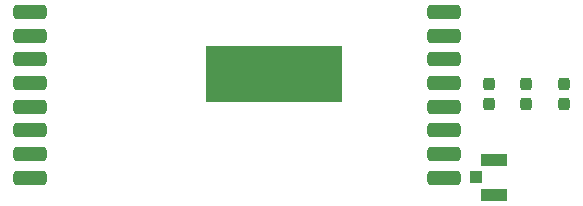
<source format=gbr>
%TF.GenerationSoftware,KiCad,Pcbnew,6.0.2+dfsg-1~bpo11+1*%
%TF.CreationDate,2022-03-03T13:43:19-05:00*%
%TF.ProjectId,RFM98PW-433S2_breakout,52464d39-3850-4572-9d34-333353325f62,rev?*%
%TF.SameCoordinates,Original*%
%TF.FileFunction,Paste,Top*%
%TF.FilePolarity,Positive*%
%FSLAX46Y46*%
G04 Gerber Fmt 4.6, Leading zero omitted, Abs format (unit mm)*
G04 Created by KiCad (PCBNEW 6.0.2+dfsg-1~bpo11+1) date 2022-03-03 13:43:19*
%MOMM*%
%LPD*%
G01*
G04 APERTURE LIST*
G04 Aperture macros list*
%AMRoundRect*
0 Rectangle with rounded corners*
0 $1 Rounding radius*
0 $2 $3 $4 $5 $6 $7 $8 $9 X,Y pos of 4 corners*
0 Add a 4 corners polygon primitive as box body*
4,1,4,$2,$3,$4,$5,$6,$7,$8,$9,$2,$3,0*
0 Add four circle primitives for the rounded corners*
1,1,$1+$1,$2,$3*
1,1,$1+$1,$4,$5*
1,1,$1+$1,$6,$7*
1,1,$1+$1,$8,$9*
0 Add four rect primitives between the rounded corners*
20,1,$1+$1,$2,$3,$4,$5,0*
20,1,$1+$1,$4,$5,$6,$7,0*
20,1,$1+$1,$6,$7,$8,$9,0*
20,1,$1+$1,$8,$9,$2,$3,0*%
G04 Aperture macros list end*
%ADD10RoundRect,0.300000X-1.100000X-0.300000X1.100000X-0.300000X1.100000X0.300000X-1.100000X0.300000X0*%
%ADD11R,11.500000X4.700000*%
%ADD12R,2.200000X1.050000*%
%ADD13R,1.050000X1.000000*%
%ADD14RoundRect,0.237500X0.237500X-0.300000X0.237500X0.300000X-0.237500X0.300000X-0.237500X-0.300000X0*%
G04 APERTURE END LIST*
D10*
%TO.C,U1*%
X156217000Y-106129000D03*
X156217000Y-104129000D03*
X156217000Y-102129000D03*
X156217000Y-100129000D03*
X156217000Y-98129000D03*
X156217000Y-96129000D03*
X156217000Y-94124683D03*
X156217000Y-92127328D03*
X121217000Y-92129000D03*
X121217000Y-94129000D03*
X121217000Y-96129000D03*
X121217000Y-98129000D03*
X121217000Y-100129000D03*
X121217000Y-102129000D03*
X121217000Y-104129000D03*
X121217000Y-106129000D03*
D11*
X141867000Y-97379000D03*
%TD*%
D12*
%TO.C,J1*%
X160477200Y-104646200D03*
D13*
X158952200Y-106121200D03*
D12*
X160477200Y-107596200D03*
%TD*%
D14*
%TO.C,C4*%
X163195000Y-99922500D03*
X163195000Y-98197500D03*
%TD*%
%TO.C,C5*%
X160020000Y-99922500D03*
X160020000Y-98197500D03*
%TD*%
%TO.C,C3*%
X166370000Y-99922500D03*
X166370000Y-98197500D03*
%TD*%
M02*

</source>
